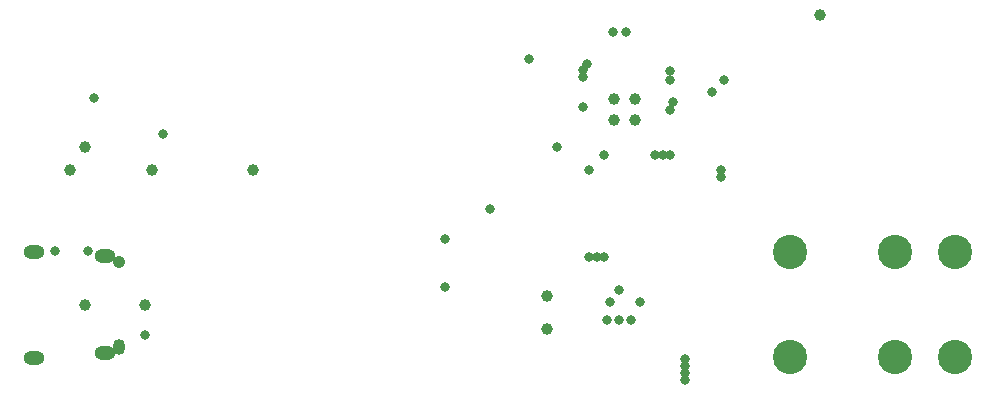
<source format=gbr>
G04 #@! TF.GenerationSoftware,KiCad,Pcbnew,(5.1.2)-1*
G04 #@! TF.CreationDate,2019-05-23T18:27:22+02:00*
G04 #@! TF.ProjectId,2018-03-08 Intercourse 01,32303138-2d30-4332-9d30-3820496e7465,rev?*
G04 #@! TF.SameCoordinates,Original*
G04 #@! TF.FileFunction,Soldermask,Bot*
G04 #@! TF.FilePolarity,Negative*
%FSLAX46Y46*%
G04 Gerber Fmt 4.6, Leading zero omitted, Abs format (unit mm)*
G04 Created by KiCad (PCBNEW (5.1.2)-1) date 2019-05-23 18:27:22*
%MOMM*%
%LPD*%
G04 APERTURE LIST*
%ADD10O,1.800000X1.200000*%
%ADD11O,1.050000X1.350000*%
%ADD12C,1.050000*%
%ADD13C,2.900000*%
%ADD14C,1.000000*%
%ADD15C,0.800000*%
G04 APERTURE END LIST*
D10*
X118535000Y-97470000D03*
X118535000Y-105730000D03*
X112585000Y-106090000D03*
X112585000Y-97110000D03*
D11*
X119785000Y-105200000D03*
D12*
X119785000Y-98000000D03*
D13*
X176530000Y-106045000D03*
X185420000Y-97155000D03*
X185420000Y-106045000D03*
X190500000Y-106045000D03*
X190500000Y-97155000D03*
X176530000Y-97155000D03*
D14*
X116840000Y-88265000D03*
X115570000Y-90170000D03*
X161697500Y-85952500D03*
X163422500Y-85952500D03*
X163422500Y-84227500D03*
X161697500Y-84227500D03*
X155956000Y-103632000D03*
X155956000Y-100838000D03*
X121920000Y-101600000D03*
X116840000Y-101600000D03*
D15*
X166624000Y-84455000D03*
X161544000Y-78486000D03*
D14*
X179070000Y-77089000D03*
D15*
X159512000Y-90170000D03*
X160782000Y-88900000D03*
X170942000Y-82550000D03*
X147320000Y-96012090D03*
D14*
X131064000Y-90170000D03*
D15*
X147320000Y-100076000D03*
D14*
X122555000Y-90170000D03*
D15*
X169926000Y-83566000D03*
X166370000Y-85090000D03*
X166370000Y-88900000D03*
X166370000Y-81788000D03*
X117602000Y-84074000D03*
X123444000Y-87122000D03*
X117094000Y-97028000D03*
X114300000Y-97028000D03*
X170688000Y-90170000D03*
X165769997Y-88900000D03*
X170688000Y-90770003D03*
X165100000Y-88900000D03*
X154432000Y-80772000D03*
X156863761Y-88259937D03*
X159371432Y-81201536D03*
X151130000Y-93472000D03*
X166370000Y-82550000D03*
X162687000Y-78486000D03*
X159004118Y-81695977D03*
X167640000Y-107972069D03*
X159004000Y-82295978D03*
X167640000Y-107372056D03*
X167640000Y-106772043D03*
X159004000Y-84836000D03*
X167640000Y-106171936D03*
X159512000Y-97536000D03*
X161290000Y-101346000D03*
X161036000Y-102870000D03*
X163830000Y-101346000D03*
X162052000Y-102870000D03*
X163068000Y-102870000D03*
X160782000Y-97536000D03*
X162052000Y-100330000D03*
X160181997Y-97536000D03*
X121920000Y-104140000D03*
M02*

</source>
